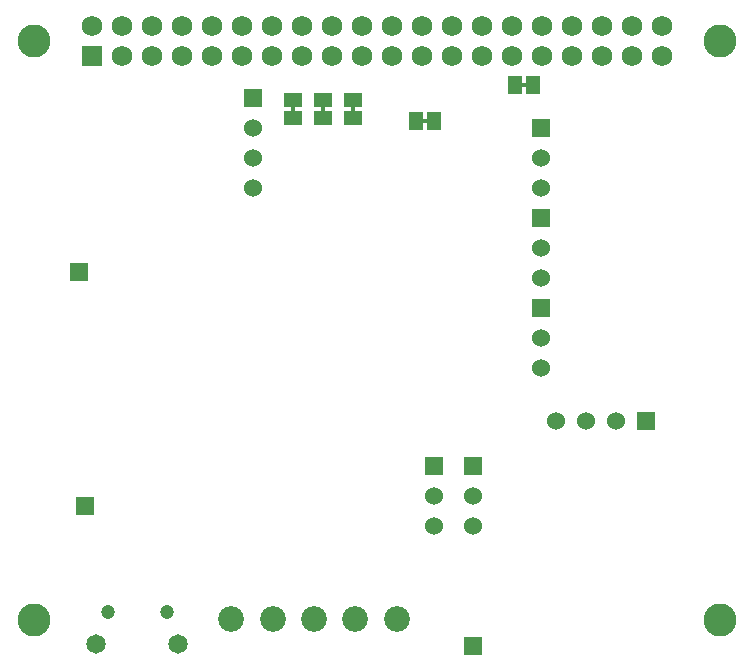
<source format=gbr>
G04 Layer_Color=255*
%FSLAX44Y44*%
%MOMM*%
%TF.FileFunction,Pads,Bot*%
%TF.Part,Single*%
G01*
G75*
%TA.AperFunction,ComponentPad*%
%ADD33R,1.6000X1.6000*%
%ADD34C,1.2002*%
%ADD35C,1.6501*%
%ADD36R,1.5240X1.5240*%
%ADD37C,1.5240*%
%ADD38R,1.5240X1.5240*%
%ADD39C,2.1844*%
%ADD40R,1.7501X1.7501*%
%ADD41C,1.7501*%
%ADD42C,2.8001*%
%TA.AperFunction,SMDPad,CuDef*%
%ADD44R,1.6002X1.1684*%
%ADD45R,0.3048X0.6350*%
%ADD46R,1.1684X1.6002*%
%ADD47R,0.6350X0.3048*%
D33*
X331470Y405130D02*
D03*
X660400Y287020D02*
D03*
X326390Y603250D02*
D03*
D34*
X400921Y315501D02*
D03*
X350919D02*
D03*
D35*
X340919Y288501D02*
D03*
X410921D02*
D03*
D36*
X806450Y477200D02*
D03*
D37*
X781050D02*
D03*
X755650D02*
D03*
X730250D02*
D03*
X717550Y547050D02*
D03*
Y521650D02*
D03*
Y623250D02*
D03*
Y597850D02*
D03*
Y699450D02*
D03*
Y674050D02*
D03*
X627380Y414020D02*
D03*
Y388620D02*
D03*
X660400Y414020D02*
D03*
Y388620D02*
D03*
X473710Y724850D02*
D03*
Y699450D02*
D03*
Y674050D02*
D03*
D38*
X717550Y572450D02*
D03*
Y648650D02*
D03*
Y724850D02*
D03*
X627380Y439420D02*
D03*
X660400D02*
D03*
X473710Y750250D02*
D03*
D39*
X595780Y309880D02*
D03*
X560781D02*
D03*
X525780D02*
D03*
X490779D02*
D03*
X455780D02*
D03*
D40*
X337701Y786300D02*
D03*
D41*
Y811700D02*
D03*
X363101Y786300D02*
D03*
Y811700D02*
D03*
X388501Y786300D02*
D03*
Y811700D02*
D03*
X413901Y786300D02*
D03*
Y811700D02*
D03*
X439301Y786300D02*
D03*
Y811700D02*
D03*
X464701Y786300D02*
D03*
Y811700D02*
D03*
X490101Y786300D02*
D03*
Y811700D02*
D03*
X515501Y786300D02*
D03*
Y811700D02*
D03*
X540901Y786300D02*
D03*
Y811700D02*
D03*
X566301Y786300D02*
D03*
Y811700D02*
D03*
X591701Y786300D02*
D03*
Y811700D02*
D03*
X617101Y786300D02*
D03*
Y811700D02*
D03*
X642501Y786300D02*
D03*
Y811700D02*
D03*
X667901Y786300D02*
D03*
Y811700D02*
D03*
X693301Y786300D02*
D03*
Y811700D02*
D03*
X718701Y786300D02*
D03*
Y811700D02*
D03*
X744101Y786300D02*
D03*
Y811700D02*
D03*
X769501Y786300D02*
D03*
Y811700D02*
D03*
X794901Y786300D02*
D03*
Y811700D02*
D03*
X820301Y786300D02*
D03*
Y811700D02*
D03*
D42*
X289001Y309001D02*
D03*
X869000Y799000D02*
D03*
Y309001D02*
D03*
X289001Y799000D02*
D03*
D44*
X558800Y734060D02*
D03*
Y749300D02*
D03*
X533400Y734060D02*
D03*
Y749300D02*
D03*
X508000Y734060D02*
D03*
Y749300D02*
D03*
D45*
X558800Y741680D02*
D03*
X533400D02*
D03*
X508000D02*
D03*
D46*
X711200Y762000D02*
D03*
X695960D02*
D03*
X612140Y731520D02*
D03*
X627380D02*
D03*
D47*
X703580Y762000D02*
D03*
X619760Y731520D02*
D03*
%TF.MD5,5b93272aeb112ec9fd5fe499a411b34c*%
M02*

</source>
